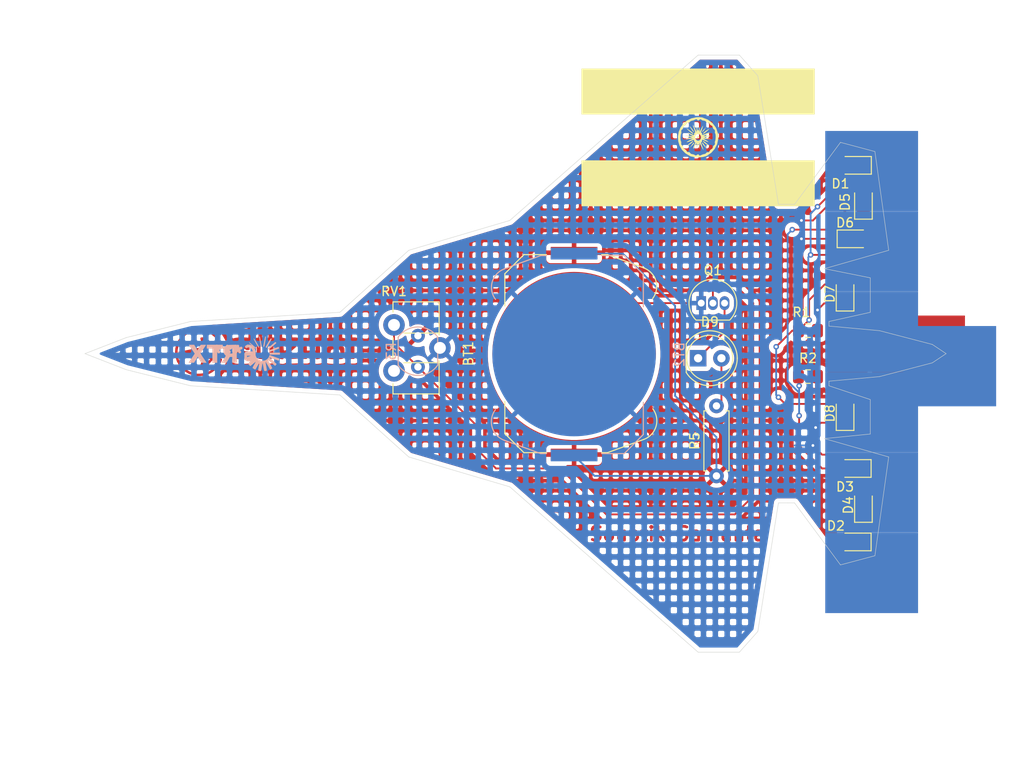
<source format=kicad_pcb>
(kicad_pcb (version 20241229) (generator "pcbnew") (generator_version "9.0")
  (layers (0 "F.Cu" signal) (2 "B.Cu" signal) (13 "F.Paste" user) (15 "B.Paste" user) (5 "F.SilkS" user "F.Silkscreen") (7 "B.SilkS" user "B.Silkscreen") (1 "F.Mask" user) (3 "B.Mask" user) (25 "Edge.Cuts" user))
  (net 0 "")
  (net 1 "Net-(D1-A)")
  (net 2 "GND")
  (net 3 "Net-(D2-A)")
  (net 4 "+5V")
  (net 5 "Net-(D9-A)")
  (net 6 "Net-(D9-K)")
  (net 7 "Net-(Q1-B)")
  (footprint "Capacitor_SMD:C_0805_2012Metric_Pad1.18x1.45mm_HandSolder" (layer "F.Cu") (at 144.9625 91)
    (property "Reference" "R1" (at -0.7125 -2 0) (layer "F.SilkS"))
    (property "Value" "220")
    (pad "1" smd roundrect (at -1.0375 0) (size 1.175 1.45) (layers "F.Cu" "F.Mask" "F.Paste") (roundrect_rratio 0.212766) (net 1 "Net-(D1-A)"))
    (pad "2" smd roundrect (at 1.0375 0) (size 1.175 1.45) (layers "F.Cu" "F.Mask" "F.Paste") (roundrect_rratio 0.212766) (net 4 "+5V"))
  )
  (footprint "Potentiometer_THT:Potentiometer_ACP_CA9-H5_Horizontal" (layer "F.Cu") (at 99.89375 90.37375)
    (property "Reference" "RV1" (at 0 -3.65 0) (layer "F.SilkS"))
    (property "Value" "R_Potentiometer")
    (pad "1" thru_hole circle (at 0 0) (size 2.34 2.34) (drill 1.3) (layers "*.Cu" "*.Mask") (net 7 "Net-(Q1-B)"))
    (pad "2" thru_hole circle (at 5 2.5) (size 2.34 2.34) (drill 1.3) (layers "*.Cu" "*.Mask") (net 2 "GND"))
    (pad "3" thru_hole circle (at 0 5) (size 2.34 2.34) (drill 1.3) (layers "*.Cu" "*.Mask"))
  )
  (footprint "Battery:BatteryHolder_Keystone_3034_1x20mm" (layer "F.Cu") (at 119.5 93.5 90)
    (property "Reference" "BT1" (at 0 -11.5 90) (layer "F.SilkS"))
    (property "Value" "Battery")
    (pad "1" smd rect (at -10.985 0 90) (size 1.27 5.08) (layers "F.Cu" "F.Mask" "F.Paste") (net 4 "+5V"))
    (pad "1" smd rect (at 10.985 0 90) (size 1.27 5.08) (layers "F.Cu" "F.Mask" "F.Paste") (net 4 "+5V"))
    (pad "2" smd circle (at 0 0 90) (size 17.8 17.8) (layers "F.Cu" "F.Mask") (net 2 "GND"))
  )
  (footprint "LED_SMD:LED_0805_2012Metric_Pad1.15x1.40mm_HandSolder" (layer "F.Cu") (at 149.975 114 180)
    (property "Reference" "D2" (at 1.975 1.75 0) (layer "F.SilkS"))
    (property "Value" "yello")
    (pad "1" smd roundrect (at -1.025 0 180) (size 1.15 1.4) (layers "F.Cu" "F.Mask" "F.Paste") (roundrect_rratio 0.217391) (net 2 "GND"))
    (pad "2" smd roundrect (at 1.025 0 180) (size 1.15 1.4) (layers "F.Cu" "F.Mask" "F.Paste") (roundrect_rratio 0.217391) (net 3 "Net-(D2-A)"))
  )
  (footprint "LED_SMD:LED_0805_2012Metric_Pad1.15x1.40mm_HandSolder" (layer "F.Cu") (at 150 81)
    (property "Reference" "D6" (at -1 -1.75 0) (layer "F.SilkS"))
    (property "Value" "yello")
    (pad "1" smd roundrect (at -1.025 0) (size 1.15 1.4) (layers "F.Cu" "F.Mask" "F.Paste") (roundrect_rratio 0.217391) (net 2 "GND"))
    (pad "2" smd roundrect (at 1.025 0) (size 1.15 1.4) (layers "F.Cu" "F.Mask" "F.Paste") (roundrect_rratio 0.217391) (net 1 "Net-(D1-A)"))
  )
  (footprint "LED_THT:LED_D5.0mm" (layer "F.Cu") (at 133 94)
    (property "Reference" "D9" (at 1.27 -3.96 0) (layer "F.SilkS"))
    (property "Value" "LED")
    (pad "1" thru_hole rect (at 0 0) (size 1.8 1.8) (drill 0.9) (layers "*.Cu" "*.Mask") (net 6 "Net-(D9-K)"))
    (pad "2" thru_hole circle (at 2.54 0) (size 1.8 1.8) (drill 0.9) (layers "*.Cu" "*.Mask") (net 5 "Net-(D9-A)"))
  )
  (footprint "LED_SMD:LED_0805_2012Metric_Pad1.15x1.40mm_HandSolder" (layer "F.Cu") (at 149 87 90)
    (property "Reference" "D7" (at 0 -1.65 90) (layer "F.SilkS"))
    (property "Value" "yello")
    (pad "1" smd roundrect (at -1.025 0 90) (size 1.15 1.4) (layers "F.Cu" "F.Mask" "F.Paste") (roundrect_rratio 0.217391) (net 2 "GND"))
    (pad "2" smd roundrect (at 1.025 0 90) (size 1.15 1.4) (layers "F.Cu" "F.Mask" "F.Paste") (roundrect_rratio 0.217391) (net 1 "Net-(D1-A)"))
  )
  (footprint "LED_SMD:LED_0805_2012Metric_Pad1.15x1.40mm_HandSolder" (layer "F.Cu") (at 149.975 106 180)
    (property "Reference" "D3" (at 0.975 -2 0) (layer "F.SilkS"))
    (property "Value" "yello")
    (pad "1" smd roundrect (at -1.025 0 180) (size 1.15 1.4) (layers "F.Cu" "F.Mask" "F.Paste") (roundrect_rratio 0.217391) (net 2 "GND"))
    (pad "2" smd roundrect (at 1.025 0 180) (size 1.15 1.4) (layers "F.Cu" "F.Mask" "F.Paste") (roundrect_rratio 0.217391) (net 3 "Net-(D2-A)"))
  )
  (footprint "Capacitor_SMD:C_0805_2012Metric_Pad1.18x1.45mm_HandSolder" (layer "F.Cu") (at 144.9625 96)
    (property "Reference" "R2" (at 0 -2 0) (layer "F.SilkS"))
    (property "Value" "220")
    (pad "1" smd roundrect (at -1.0375 0) (size 1.175 1.45) (layers "F.Cu" "F.Mask" "F.Paste") (roundrect_rratio 0.212766) (net 3 "Net-(D2-A)"))
    (pad "2" smd roundrect (at 1.0375 0) (size 1.175 1.45) (layers "F.Cu" "F.Mask" "F.Paste") (roundrect_rratio 0.212766) (net 4 "+5V"))
  )
  (footprint "Package_TO_SOT_THT:TO-92_Inline" (layer "F.Cu") (at 133.34 88)
    (property "Reference" "Q1" (at 1.27 -3.56 0) (layer "F.SilkS"))
    (property "Value" "2N3904")
    (pad "1" thru_hole rect (at 0 0) (size 1.05 1.5) (drill 0.75) (layers "*.Cu" "*.Mask") (net 2 "GND"))
    (pad "2" thru_hole oval (at 1.27 0) (size 1.05 1.5) (drill 0.75) (layers "*.Cu" "*.Mask") (net 7 "Net-(Q1-B)"))
    (pad "3" thru_hole oval (at 2.54 0) (size 1.05 1.5) (drill 0.75) (layers "*.Cu" "*.Mask") (net 6 "Net-(D9-K)"))
  )
  (footprint "LED_SMD:LED_0805_2012Metric_Pad1.15x1.40mm_HandSolder" (layer "F.Cu") (at 149 100 90)
    (property "Reference" "D8" (at 0 -1.65 90) (layer "F.SilkS"))
    (property "Value" "yello")
    (pad "1" smd roundrect (at -1.025 0 90) (size 1.15 1.4) (layers "F.Cu" "F.Mask" "F.Paste") (roundrect_rratio 0.217391) (net 2 "GND"))
    (pad "2" smd roundrect (at 1.025 0 90) (size 1.15 1.4) (layers "F.Cu" "F.Mask" "F.Paste") (roundrect_rratio 0.217391) (net 1 "Net-(D1-A)"))
  )
  (footprint "LOGO" (layer "F.Cu") (at 157 93.863442 180)
    (property "Reference" "G***" (hide yes))
    (property "Value" "LOGO" (hide yes))
    (fp_poly (pts (xy 5.052688 0.136558) (xy 5.052688 4.506451) (xy 0 4.506451) (xy -5.052688 4.506451) (xy -5.052688 0.136558) (xy -5.052688 -4.233334) (xy 0 -4.233334) (xy 5.052688 -4.233334)) (fill yes) (layer "F.Cu"))
  )
  (footprint "LOGO" (layer "F.Cu") (at 157 94 180)
    (property "Reference" "G***" (hide yes))
    (property "Value" "LOGO" (hide yes))
  )
  (footprint "Resistor_THT:R_Axial_DIN0207_L6.3mm_D2.5mm_P7.62mm_Horizontal" (layer "F.Cu") (at 135 106.81 90)
    (property "Reference" "R5" (at 3.81 -2.37 90) (layer "F.SilkS"))
    (property "Value" "1k")
    (pad "1" thru_hole circle (at 0 0 90) (size 1.6 1.6) (drill 0.8) (layers "*.Cu" "*.Mask") (net 4 "+5V"))
    (pad "2" thru_hole oval (at 7.62 0 90) (size 1.6 1.6) (drill 0.8) (layers "*.Cu" "*.Mask") (net 5 "Net-(D9-A)"))
  )
  (footprint "LOGO" (layer "F.Cu") (at 86 93.5)
    (property "Reference" "G***" (hide yes))
    (property "Value" "LOGO" (hide yes))
  )
  (footprint "LED_SMD:LED_0805_2012Metric_Pad1.15x1.40mm_HandSolder" (layer "F.Cu") (at 151 110 90)
    (property "Reference" "D4" (at 0 -1.65 90) (layer "F.SilkS"))
    (property "Value" "yello")
    (pad "1" smd roundrect (at -1.025 0 90) (size 1.15 1.4) (layers "F.Cu" "F.Mask" "F.Paste") (roundrect_rratio 0.217391) (net 2 "GND"))
    (pad "2" smd roundrect (at 1.025 0 90) (size 1.15 1.4) (layers "F.Cu" "F.Mask" "F.Paste") (roundrect_rratio 0.217391) (net 3 "Net-(D2-A)"))
  )
  (footprint "LED_SMD:LED_0805_2012Metric_Pad1.15x1.40mm_HandSolder" (layer "F.Cu") (at 151 77 90)
    (property "Reference" "D5" (at 0 -2 90) (layer "F.SilkS"))
    (property "Value" "yello")
    (pad "1" smd roundrect (at -1.025 0 90) (size 1.15 1.4) (layers "F.Cu" "F.Mask" "F.Paste") (roundrect_rratio 0.217391) (net 2 "GND"))
    (pad "2" smd roundrect (at 1.025 0 90) (size 1.15 1.4) (layers "F.Cu" "F.Mask" "F.Paste") (roundrect_rratio 0.217391) (net 3 "Net-(D2-A)"))
  )
  (footprint "LED_SMD:LED_0805_2012Metric_Pad1.15x1.40mm_HandSolder" (layer "F.Cu") (at 150 73 180)
    (property "Reference" "D1" (at 1.5 -2 0) (layer "F.SilkS"))
    (property "Value" "yello")
    (pad "1" smd roundrect (at -1.025 0 180) (size 1.15 1.4) (layers "F.Cu" "F.Mask" "F.Paste") (roundrect_rratio 0.217391) (net 2 "GND"))
    (pad "2" smd roundrect (at 1.025 0 180) (size 1.15 1.4) (layers "F.Cu" "F.Mask" "F.Paste") (roundrect_rratio 0.217391) (net 1 "Net-(D1-A)"))
  )
  (footprint "LOGO" (layer "F.Cu") (at 86 93.5)
    (property "Reference" "G***" (hide yes))
    (property "Value" "LOGO" (hide yes))
    (fp_poly (pts (xy 9.584906 -0.143774) (xy 9.584906 0.575094) (xy 9.345283 0.575094) (xy 9.10566 0.575094) (xy 9.10566 -0.067968) (xy 9.107749 -0.312062) (xy 9.113465 -0.525512) (xy 9.121985 -0.687944) (xy 9.132484 -0.778984) (xy 9.13475 -0.786836) (xy 9.195178 -0.840634) (xy 9.330688 -0.861899) (xy 9.374373 -0.862642) (xy 9.584906 -0.862642)) (fill yes) (layer "F.Cu"))
    (fp_poly (pts (xy 5.788604 -0.845864) (xy 5.823478 -0.783616) (xy 5.840741 -0.666787) (xy 5.846494 -0.482623) (xy 5.846837 -0.218367) (xy 5.846792 -0.143774) (xy 5.845188 0.141801) (xy 5.839615 0.34398) (xy 5.828937 0.475171) (xy 5.812016 0.547787) (xy 5.787715 0.574236) (xy 5.780896 0.575094) (xy 5.687147 0.58412) (xy 5.576884 0.602717) (xy 5.466463 0.611645) (xy 5.403158 0.594729) (xy 5.382241 0.529343) (xy 5.369434 0.403608) (xy 5.367547 0.327483) (xy 5.367547 0.095848) (xy 4.888302 0.095848) (xy 4.409057 0.095848) (xy 4.409057 0.335471) (xy 4.409057 0.575094) (xy 4.168153 0.575094) (xy 3.927249 0.575094) (xy 3.940511 -0.131793) (xy 3.953774 -0.83868) (xy 4.145472 -0.830441) (xy 4.275963 -0.824326) (xy 4.362426 -0.819348) (xy 4.373113 -0.81846) (xy 4.393651 -0.773061) (xy 4.406661 -0.661135) (xy 4.409057 -0.575095) (xy 4.409057 -0.335472) (xy 4.888302 -0.335472) (xy 5.367547 -0.335472) (xy 5.367547 -0.569105) (xy 5.371733 -0.709939) (xy 5.395058 -0.783395) (xy 5.453672 -0.817896) (xy 5.517311 -0.832689) (xy 5.641621 -0.857645) (xy 5.730018 -0.866289)) (fill yes) (layer "F.Cu"))
    (fp_poly (pts (xy 1.641415 -0.832577) (xy 1.76778 -0.812146) (xy 1.844695 -0.79766) (xy 1.854311 -0.794839) (xy 1.861949 -0.747777) (xy 1.870951 -0.635579) (xy 1.875247 -0.561885) (xy 1.887456 -0.424195) (xy 1.914712 -0.357399) (xy 1.971138 -0.336542) (xy 2.003399 -0.335472) (xy 2.112887 -0.373134) (xy 2.269778 -0.482083) (xy 2.404534 -0.599057) (xy 2.547864 -0.72925) (xy 2.650801 -0.807455) (xy 2.743179 -0.846923) (xy 2.854828 -0.860903) (xy 2.998015 -0.862642) (xy 3.155872 -0.85681) (xy 3.267178 -0.84156) (xy 3.306792 -0.821423) (xy 3.272253 -0.774956) (xy 3.179298 -0.683292) (xy 3.043922 -0.561653) (xy 2.945984 -0.478095) (xy 2.794255 -0.344702) (xy 2.67772 -0.230036) (xy 2.611534 -0.149723) (xy 2.602462 -0.123936) (xy 2.645109 -0.073694) (xy 2.746485 0.020599) (xy 2.889859 0.14389) (xy 3.006544 0.239622) (xy 3.393338 0.551131) (xy 3.060718 0.565248) (xy 2.728099 0.579365) (xy 2.407969 0.313645) (xy 2.24223 0.186462) (xy 2.09699 0.093951) (xy 1.994378 0.049802) (xy 1.978448 0.047924) (xy 1.917701 0.05554) (xy 1.884893 0.093298) (xy 1.871516 0.18356) (xy 1.869057 0.335471) (xy 1.867128 0.497686) (xy 1.846761 0.583993) (xy 1.786082 0.612884) (xy 1.66322 0.602848) (xy 1.569528 0.588692) (xy 1.437736 0.568727) (xy 1.437736 -0.147524) (xy 1.437736 -0.863775)) (fill yes) (layer "F.Cu"))
    (fp_poly (pts (xy 0.67805 -0.854633) (xy 0.726307 -0.844615) (xy 0.757939 -0.819665) (xy 0.775942 -0.762995) (xy 0.783314 -0.657815) (xy 0.783048 -0.487336) (xy 0.779244 -0.287548) (xy 0.771565 -0.002551) (xy 0.760181 0.202273) (xy 0.741876 0.342596) (xy 0.713434 0.434093) (xy 0.671637 0.492438) (xy 0.613269 0.533304) (xy 0.610472 0.534836) (xy 0.51425 0.561063) (xy 0.346515 0.582243) (xy 0.131505 0.597634) (xy -0.106541 0.606491) (xy -0.343384 0.608069) (xy -0.554784 0.601624) (xy -0.716504 0.586411) (xy -0.764451 0.57706) (xy -0.853388 0.551438) (xy -0.922608 0.517327) (xy -0.974472 0.463491) (xy -1.011338 0.378692) (xy -1.035566 0.251692) (xy -1.049516 0.071254) (xy -1.055548 -0.173859) (xy -1.056021 -0.494886) (xy -1.054071 -0.802252) (xy -1.011237 -0.822938) (xy -0.903846 -0.833018) (xy -0.850391 -0.833041) (xy -0.646981 -0.828373) (xy -0.633303 -0.340469) (xy -0.626003 -0.119812) (xy -0.615775 0.02405) (xy -0.59781 0.110153) (xy -0.5673 0.157535) (xy -0.519434 0.185229) (xy -0.498391 0.193529) (xy -0.383106 0.219174) (xy -0.216115 0.235909) (xy -0.096152 0.239622) (xy 0.082875 0.232801) (xy 0.204319 0.202074) (xy 0.279224 0.132045) (xy 0.31864 0.007315) (xy 0.333613 -0.187512) (xy 0.335472 -0.361945) (xy 0.336676 -0.572289) (xy 0.343357 -0.70601) (xy 0.360122 -0.782333) (xy 0.391574 -0.82048) (xy 0.442319 -0.839675) (xy 0.450408 -0.841739) (xy 0.591679 -0.858513)) (fill yes) (layer "F.Cu"))
    (fp_poly (pts (xy 7.807449 -0.838025) (xy 8.016331 -0.834754) (xy 8.161094 -0.826904) (xy 8.257603 -0.812514) (xy 8.321722 -0.789624) (xy 8.369316 -0.756271) (xy 8.396864 -0.730096) (xy 8.446008 -0.672725) (xy 8.477697 -0.604743) (xy 8.49573 -0.504936) (xy 8.503905 -0.352089) (xy 8.50602 -0.124988) (xy 8.506026 -0.120422) (xy 8.504542 0.107897) (xy 8.496942 0.26163) (xy 8.479452 0.362012) (xy 8.448296 0.430278) (xy 8.399697 0.487663) (xy 8.397507 0.489862) (xy 8.347397 0.533834) (xy 8.288276 0.564539) (xy 8.202537 0.584717) (xy 8.072577 0.597106) (xy 7.880791 0.604446) (xy 7.630714 0.609153) (xy 7.37628 0.609663) (xy 7.144942 0.603919) (xy 6.959423 0.592913) (xy 6.842446 0.577637) (xy 6.829301 0.574165) (xy 6.719031 0.528718) (xy 6.644126 0.462456) (xy 6.59803 0.358019) (xy 6.574183 0.198049) (xy 6.566028 -0.034814) (xy 6.56578 -0.094808) (xy 6.996981 -0.094808) (xy 7.0087 0.068581) (xy 7.048318 0.161061) (xy 7.080849 0.187859) (xy 7.172043 0.212423) (xy 7.327667 0.228986) (xy 7.516573 0.23677) (xy 7.707614 0.234996) (xy 7.869643 0.222886) (xy 7.94349 0.209416) (xy 8.004568 0.182612) (xy 8.037037 0.127457) (xy 8.049639 0.018886) (xy 8.051321 -0.099753) (xy 8.043644 -0.263927) (xy 8.009878 -0.372702) (xy 7.933924 -0.437299) (xy 7.799681 -0.468937) (xy 7.591048 -0.478837) (xy 7.506762 -0.479246) (xy 7.27877 -0.470571) (xy 7.129754 -0.436532) (xy 7.043777 -0.36511) (xy 7.0049 -0.244286) (xy 6.996981 -0.094808) (xy 6.56578 -0.094808) (xy 6.56566 -0.123663) (xy 6.566869 -0.367023) (xy 6.578765 -0.547777) (xy 6.613749 -0.675231) (xy 6.684225 -0.758689) (xy 6.802595 -0.807459) (xy 6.98126 -0.830845) (xy 7.232625 -0.838156) (xy 7.518585 -0.83868)) (fill yes) (layer "F.Cu"))
    (fp_poly (pts (xy -2.209353 -0.846967) (xy -2.025919 -0.810746) (xy -1.906793 -0.748451) (xy -1.841906 -0.656711) (xy -1.82119 -0.532154) (xy -1.821132 -0.523747) (xy -1.827943 -0.436673) (xy -1.865895 -0.395938) (xy -1.961271 -0.384024) (xy -2.031665 -0.383397) (xy -2.191648 -0.399404) (xy -2.266756 -0.448566) (xy -2.269784 -0.455284) (xy -2.314399 -0.497493) (xy -2.418992 -0.520219) (xy -2.60091 -0.527167) (xy -2.606463 -0.527171) (xy -2.832922 -0.520522) (xy -2.976757 -0.498447) (xy -3.050412 -0.457751) (xy -3.06717 -0.408907) (xy -3.021946 -0.368115) (xy -2.896962 -0.333163) (xy -2.708252 -0.306608) (xy -2.471848 -0.29101) (xy -2.309208 -0.287965) (xy -2.064475 -0.264649) (xy -1.888363 -0.198116) (xy -1.809885 -0.124619) (xy -1.782112 -0.027097) (xy -1.774149 0.124738) (xy -1.784153 0.291829) (xy -1.810284 0.435116) (xy -1.839503 0.503665) (xy -1.878517 0.542377) (xy -1.940459 0.569185) (xy -2.042633 0.586788) (xy -2.202343 0.597888) (xy -2.436894 0.605186) (xy -2.498465 0.606512) (xy -2.741897 0.608225) (xy -2.963298 0.603821) (xy -3.137853 0.59417) (xy -3.239089 0.58058) (xy -3.389359 0.532221) (xy -3.467308 0.469786) (xy -3.495722 0.367287) (xy -3.498491 0.284718) (xy -3.498491 0.095848) (xy -3.28842 0.095848) (xy -3.149982 0.104679) (xy -3.079337 0.138518) (xy -3.053284 0.191697) (xy -3.031291 0.23946) (xy -2.98249 0.268164) (xy -2.886464 0.28253) (xy -2.722796 0.28728) (xy -2.638832 0.287546) (xy -2.436717 0.283844) (xy -2.311499 0.270446) (xy -2.244431 0.243919) (xy -2.220003 0.210823) (xy -2.215641 0.140587) (xy -2.272298 0.092468) (xy -2.399815 0.063374) (xy -2.608035 0.050216) (xy -2.736528 0.048658) (xy -3.038131 0.037482) (xy -3.254319 0.003632) (xy -3.393347 -0.055227) (xy -3.463467 -0.141435) (xy -3.469073 -0.15877) (xy -3.497853 -0.368237) (xy -3.478046 -0.56652) (xy -3.413613 -0.716938) (xy -3.408017 -0.724131) (xy -3.359164 -0.774629) (xy -3.296761 -0.808451) (xy -3.200537 -0.830018) (xy -3.050219 -0.843751) (xy -2.825536 -0.854069) (xy -2.809415 -0.85467) (xy -2.467163 -0.860484)) (fill yes) (layer "F.Cu"))
    (fp_poly (pts (xy -7.07419 -2.755699) (xy -6.620462 -2.670707) (xy -6.187308 -2.51362) (xy -5.79071 -2.289897) (xy -5.446649 -2.005001) (xy -5.227437 -1.747181) (xy -5.138128 -1.611051) (xy -5.038817 -1.441745) (xy -4.942108 -1.26325) (xy -4.860607 -1.099553) (xy -4.806917 -0.97464) (xy -4.792453 -0.91938) (xy -4.834966 -0.885684) (xy -4.941931 -0.853391) (xy -4.996132 -0.843402) (xy -5.16967 -0.809945) (xy -5.334346 -0.768173) (xy -5.358185 -0.760809) (xy -5.516559 -0.709707) (xy -5.274317 -0.453572) (xy -5.156692 -0.324871) (xy -5.070575 -0.222395) (xy -5.032607 -0.166086) (xy -5.032076 -0.163255) (xy -5.062773 -0.114455) (xy -5.143995 -0.016414) (xy -5.259441 0.111399) (xy -5.283679 0.13721) (xy -5.535283 0.403493) (xy -5.199811 0.469466) (xy -5.027524 0.507805) (xy -4.892139 0.546146) (xy -4.8217 0.576492) (xy -4.820349 0.577691) (xy -4.818762 0.640446) (xy -4.860573 0.770321) (xy -4.940588 0.951821) (xy -4.957013 0.985476) (xy -5.202084 1.380452) (xy -5.518786 1.731998) (xy -5.890402 2.026411) (xy -6.300215 2.249988) (xy -6.644465 2.368672) (xy -6.920568 2.416581) (xy -7.242882 2.437331) (xy -7.571893 2.430869) (xy -7.868084 2.397146) (xy -7.990241 2.370392) (xy -8.436555 2.202433) (xy -8.848964 1.953804) (xy -9.213489 1.636822) (xy -9.516147 1.263802) (xy -9.742957 0.84706) (xy -9.756443 0.814576) (xy -9.89781 0.347622) (xy -9.948904 -0.120683) (xy -9.934694 -0.31151) (xy -9.664392 -0.31151) (xy -9.651552 0.150226) (xy -9.551076 0.587591) (xy -9.369929 0.991645) (xy -9.115073 1.353453) (xy -8.793471 1.664075) (xy -8.412087 1.914576) (xy -7.977884 2.096017) (xy -7.739811 2.158767) (xy -7.520672 2.182774) (xy -7.247816 2.179522) (xy -6.958471 2.152009) (xy -6.689869 2.103235) (xy -6.54736 2.062702) (xy -6.193687 1.901405) (xy -5.852763 1.673757) (xy -5.563067 1.405735) (xy -5.546406 1.386939) (xy -5.413992 1.223351) (xy -5.30136 1.062148) (xy -5.220029 0.922443) (xy -5.181519 0.823352) (xy -5.185871 0.788719) (xy -5.242936 0.767341) (xy -5.366381 0.7369) (xy -5.50966 0.707809) (xy -5.808024 0.652322) (xy -6.166991 1.045028) (xy -6.525958 1.437735) (xy -6.881281 1.437735) (xy -7.052013 1.435496) (xy -7.177884 1.429576) (xy -7.235335 1.421177) (xy -7.236604 1.419647) (xy -7.222951 1.369232) (xy -7.186192 1.248108) (xy -7.150132 1.132779) (xy -6.853208 1.132779) (xy -6.823237 1.182494) (xy -6.741639 1.167687) (xy -6.620889 1.0951) (xy -6.47346 0.971473) (xy -6.37749 0.875713) (xy -6.117007 0.600267) (xy -6.305391 0.543439) (xy -6.478839 0.496511) (xy -6.588143 0.493913) (xy -6.659215 0.549113) (xy -6.717963 0.67558) (xy -6.752959 0.776097) (xy -6.804815 0.938336) (xy -6.841034 1.068243) (xy -6.853208 1.132779) (xy -7.150132 1.132779) (xy -7.132628 1.076795) (xy -7.093107 0.952383) (xy -7.031705 0.754999) (xy -6.983362 0.589739) (xy -6.954551 0.479276) (xy -6.949333 0.44874) (xy -6.990456 0.401953) (xy -7.080849 0.371084) (xy -7.173223 0.353423) (xy -7.339226 0.32034) (xy -7.558645 0.275913) (xy -7.811265 0.224221) (xy -7.93151 0.199445) (xy -8.232539 0.137287) (xy -8.548117 0.072136) (xy -8.844356 0.010987) (xy -9.087369 -0.039166) (xy -9.126474 -0.047234) (xy -9.372046 -0.100489) (xy -9.542683 -0.143102) (xy -9.624749 -0.170676) (xy -8.106846 -0.170676) (xy -8.080188 -0.142369) (xy -7.980118 -0.110572) (xy -7.810722 -0.070688) (xy -7.66657 -0.038519) (xy -7.357276 0.02783) (xy -7.128446 0.069182) (xy -6.968229 0.086323) (xy -6.864776 0.080042) (xy -6.806234 0.051128) (xy -6.786448 0.020042) (xy -6.760332 -0.118688) (xy -6.767433 -0.271976) (xy -6.802275 -0.380171) (xy -6.833167 -0.407609) (xy -6.892015 -0.418424) (xy -6.995257 -0.411532) (xy -7.15933 -0.385846) (xy -7.397609 -0.340882) (xy -7.705473 -0.280594) (xy -7.923575 -0.235193) (xy -8.056004 -0.200085) (xy -8.106846 -0.170676) (xy -9.624749 -0.170676) (xy -9.632821 -0.173388) (xy -9.636896 -0.189664) (xy -9.604874 -0.192022) (xy -9.548067 -0.201373) (xy -9.409942 -0.227589) (xy -9.203055 -0.268184) (xy -8.939962 -0.320669) (xy -8.633221 -0.382556) (xy -8.295387 -0.451357) (xy -8.274612 -0.455607) (xy -8.010694 -0.509511) (xy -6.551371 -0.509511) (xy -6.547161 -0.459413) (xy -6.51755 -0.355902) (xy -6.511481 -0.338129) (xy -6.481022 -0.167359) (xy -6.509708 -0.009305) (xy -6.540452 0.105258) (xy -6.550006 0.172024) (xy -6.548348 0.17706) (xy -6.500261 0.19209) (xy -6.387716 0.220449) (xy -6.239973 0.255359) (xy -6.086289 0.290041) (xy -5.955924 0.317717) (xy -5.885372 0.330659) (xy -5.837781 0.301044) (xy -5.745752 0.218896) (xy -5.634879 0.107829) (xy -5.523308 -0.016064) (xy -5.44455 -0.116777) (xy -5.416583 -0.16974) (xy -5.447919 -0.227131) (xy -5.530634 -0.326771) (xy -5.630939 -0.431132) (xy -5.846405 -0.642596) (xy -6.191527 -0.583414) (xy -6.36112 -0.552785) (xy -6.488773 -0.526813) (xy -6.549693 -0.510589) (xy -6.551371 -0.509511) (xy -8.010694 -0.509511) (xy -7.936841 -0.524595) (xy -7.630822 -0.586828) (xy -7.368805 -0.639837) (xy -7.163043 -0.681152) (xy -7.025788 -0.708302) (xy -6.969292 -0.718819) (xy -6.968669 -0.718869) (xy -6.948044 -0.76131) (xy -6.963451 -0.882277) (xy -7.013078 -1.072234) (xy -7.068868 -1.246039) (xy -7.128402 -1.425756) (xy -6.840876 -1.425756) (xy -6.816034 -1.349654) (xy -6.774943 -1.214228) (xy -6.737799 -1.087662) (xy -6.657308 -0.809475) (xy -6.431767 -0.842165) (xy -6.289852 -0.866221) (xy -6.188755 -0.889705) (xy -6.165516 -0.898485) (xy -6.173037 -0.941244) (xy -6.236866 -1.026877) (xy -6.33888 -1.137865) (xy -6.460958 -1.25669) (xy -6.584976 -1.365835) (xy -6.692812 -1.447783) (xy -6.766343 -1.485014) (xy -6.772967 -1.485661) (xy -6.838339 -1.460993) (xy -6.840876 -1.425756) (xy -7.128402 -1.425756) (xy -7.143375 -1.470955) (xy -7.18132 -1.62061) (xy -7.177444 -1.710333) (xy -7.126492 -1.755453) (xy -7.023206 -1.771301) (xy -6.888093 -1.773208) (xy -6.587507 -1.773208) (xy -6.189036 -1.372657) (xy -5.790565 -0.972105) (xy -5.504583 -1.031784) (xy -5.348984 -1.067542) (xy -5.234518 -1.099968) (xy -5.191402 -1.118661) (xy -5.194309 -1.178053) (xy -5.248149 -1.289629) (xy -5.339997 -1.434094) (xy -5.456925 -1.592156) (xy -5.586008 -1.744522) (xy -5.666337 -1.827533) (xy -6.027967 -2.114527) (xy -6.432345 -2.32373) (xy -6.865465 -2.45295) (xy -7.31332 -2.499995) (xy -7.761903 -2.462672) (xy -8.197206 -2.338789) (xy -8.386793 -2.253322) (xy -8.774723 -2.004011) (xy -9.103051 -1.68595) (xy -9.363931 -1.311067) (xy -9.549515 -0.891287) (xy -9.651957 -0.438535) (xy -9.664392 -0.31151) (xy -9.934694 -0.31151) (xy -9.914655 -0.580617) (xy -9.799998 -1.02246) (xy -9.609866 -1.436488) (xy -9.349191 -1.81298) (xy -9.022906 -2.142215) (xy -8.635944 -2.41447) (xy -8.193238 -2.620024) (xy -7.979434 -2.687549) (xy -7.532508 -2.763133)) (fill yes) (layer "F.Cu"))
  )
  (footprint "kicadlogos:India" (layer "F.Cu") (at 133 70 180)
    (property "Reference" "G***" (hide yes))
    (property "Value" "LOGO" (hide yes))
  )
  (footprint "LOGO" (layer "B.Cu") (at 151.894624 82.512902)
    (property "Reference" "G***" (hide yes))
    (property "Value" "LOGO" (hide yes))
    (fp_poly (pts (xy 5.052688 -0.136558) (xy 5.052688 -4.506451) (xy 0 -4.506451) (xy -5.052688 -4.506451) (xy -5.052688 -0.136558) (xy -5.052688 4.233334) (xy 0 4.233334) (xy 5.052688 4.233334)) (fill yes) (layer "B.Cu"))
  )
  (footprint "LOGO" (layer "B.Cu") (at 151.904839 108.752687)
    (property "Reference" "G***" (hide yes))
    (property "Value" "LOGO" (hide yes))
  )
  (footprint "LOGO" (layer "B.Cu") (at 151.894624 91.262902)
    (property "Reference" "G***" (hide yes))
    (property "Value" "LOGO" (hide yes))
    (fp_poly (pts (xy 5.052688 -0.136558) (xy 5.052688 -4.506451) (xy 0 -4.506451) (xy -5.052688 -4.506451) (xy -5.052688 -0.136558) (xy -5.052688 4.233334) (xy 0 4.233334) (xy 5.052688 4.233334)) (fill yes) (layer "B.Cu"))
  )
  (footprint "LOGO" (layer "B.Cu") (at 151.894624 100.012902)
    (property "Reference" "G***" (hide yes))
    (property "Value" "LOGO" (hide yes))
    (fp_poly (pts (xy 5.052688 -0.136558) (xy 5.052688 -4.506451) (xy 0 -4.506451) (xy -5.052688 -4.506451) (xy -5.052688 -0.136558) (xy -5.052688 4.233334) (xy 0 4.233334) (xy 5.052688 4.233334)) (fill yes) (layer "B.Cu"))
  )
  (footprint "LOGO" (layer "B.Cu") (at 151.904839 117.502687)
    (property "Reference" "G***" (hide yes))
    (property "Value" "LOGO" (hide yes))
  )
  (footprint "LOGO" (layer "B.Cu") (at 160.404839 95)
    (property "Reference" "G***" (hide yes))
    (property "Value" "LOGO" (hide yes))
  )
  (footprint "LOGO" (layer "B.Cu") (at 151.904839 100.002687)
    (property "Reference" "G***" (hide yes))
    (property "Value" "LOGO" (hide yes))
  )
  (footprint "OptoDevice:R_LDR_5.1x4.3mm_P3.4mm_Vertical" (layer "B.Cu") (at 102.5 91.55 -90)
    (property "Reference" "R3" (at 1.7 2.9 90) (layer "B.SilkS") (effects (justify mirror)))
    (property "Value" "LDR07")
    (pad "1" thru_hole circle (at 0 0 270) (size 1.5 1.5) (drill 0.8) (layers "*.Cu" "*.Mask") (net 4 "+5V"))
    (pad "2" thru_hole circle (at 3.4 0 270) (size 1.5 1.5) (drill 0.8) (layers "*.Cu" "*.Mask") (net 7 "Net-(Q1-B)"))
  )
  (footprint "LOGO" (layer "B.Cu") (at 151.904839 82.502687)
    (property "Reference" "G***" (hide yes))
    (property "Value" "LOGO" (hide yes))
  )
  (footprint "LOGO" (layer "B.Cu") (at 151.904839 73.752687)
    (property "Reference" "G***" (hide yes))
    (property "Value" "LOGO" (hide yes))
  )
  (footprint "LOGO" (layer "B.Cu") (at 151.894624 73.762902)
    (property "Reference" "G***" (hide yes))
    (property "Value" "LOGO" (hide yes))
    (fp_poly (pts (xy 5.052688 -0.136558) (xy 5.052688 -4.506451) (xy 0 -4.506451) (xy -5.052688 -4.506451) (xy -5.052688 -0.136558) (xy -5.052688 4.233334) (xy 0 4.233334) (xy 5.052688 4.233334)) (fill yes) (layer "B.Cu"))
  )
  (footprint "LOGO" (layer "B.Cu") (at 151.894624 117.512902)
    (property "Reference" "G***" (hide yes))
    (property "Value" "LOGO" (hide yes))
    (fp_poly (pts (xy 5.052688 -0.136558) (xy 5.052688 -4.506451) (xy 0 -4.506451) (xy -5.052688 -4.506451) (xy -5.052688 -0.136558) (xy -5.052688 4.233334) (xy 0 4.233334) (xy 5.052688 4.233334)) (fill yes) (layer "B.Cu"))
  )
  (footprint "LOGO" (layer "B.Cu") (at 149.404839 104.002687)
    (property "Reference" "G***" (hide yes))
    (property "Value" "LOGO" (hide yes))
  )
  (footprint "LOGO" (layer "B.Cu") (at 160.394624 95)
    (property "Reference" "G***" (hide yes))
    (property "Value" "LOGO" (hide yes))
    (fp_poly (pts (xy 5.052688 -0.136558) (xy 5.052688 -4.506451) (xy 0 -4.506451) (xy -5.052688 -4.506451) (xy -5.052688 -0.136558) (xy -5.052688 4.233334) (xy 0 4.233334) (xy 5.052688 4.233334)) (fill yes) (layer "B.Cu"))
  )
  (footprint "kicadlogos:rtx" (layer "B.Cu") (at 82.5 93.5 180)
    (property "Reference" "G***" (at 0 0 0) (layer "B.SilkS") (effects (font (size 1.5 1.5) (thickness 0.3)) (justify mirror)))
    (property "Value" "LOGO" (hide yes))
  )
  (footprint "LOGO" (layer "B.Cu") (at 151.904839 91.252687)
    (property "Reference" "G***" (hide yes))
    (property "Value" "LOGO" (hide yes))
  )
  (footprint "Battery:BatteryHolder_Keystone_3034_1x20mm" (layer "B.Cu") (at 119.5 93.6 90)
    (property "Reference" "BT2" (at 0 11.5 270) (layer "B.SilkS") (effects (justify mirror)))
    (property "Value" "Battery")
    (pad "1" smd rect (at -10.985 0 90) (size 1.27 5.08) (layers "B.Cu" "B.Mask" "B.Paste") (net 4 "+5V"))
    (pad "1" smd rect (at 10.985 0 90) (size 1.27 5.08) (layers "B.Cu" "B.Mask" "B.Paste") (net 4 "+5V"))
    (pad "2" smd circle (at 0 0 90) (size 17.8 17.8) (layers "B.Cu" "B.Mask") (net 2 "GND"))
  )
  (footprint "LOGO" (layer "B.Cu") (at 151.894624 108.762902)
    (property "Reference" "G***" (hide yes))
    (property "Value" "LOGO" (hide yes))
    (fp_poly (pts (xy 5.052688 -0.136558) (xy 5.052688 -4.506451) (xy 0 -4.506451) (xy -5.052688 -4.506451) (xy -5.052688 -0.136558) (xy -5.052688 4.233334) (xy 0 4.233334) (xy 5.052688 4.233334)) (fill yes) (layer "B.Cu"))
  )
  (gr_line (start 151.75 102.25) (end 151.75 98.5) (stroke (width 0.05)) (layer "Edge.Cuts"))
  (gr_line (start 101.5 82.25) (end 112.5 79) (stroke (width 0.05)) (layer "Edge.Cuts"))
  (gr_line (start 143.5 77.25) (end 141.75 77.25) (stroke (width 0.05)) (layer "Edge.Cuts"))
  (gr_line (start 139.5 63.25) (end 141.75 77.25) (stroke (width 0.05)) (layer "Edge.Cuts"))
  (gr_line (start 151.75 85.25) (end 151.75 89) (stroke (width 0.05)) (layer "Edge.Cuts"))
  (gr_line (start 148.5 116.5) (end 143.5 109.75) (stroke (width 0.05)) (layer "Edge.Cuts"))
  (gr_line (start 158.5 92.5) (end 160 93.5) (stroke (width 0.05)) (layer "Edge.Cuts"))
  (gr_line (start 77.75 90) (end 70.75 91.75) (stroke (width 0.05)) (layer "Edge.Cuts"))
  (gr_line (start 151.75 102.25) (end 146.75 102.75) (stroke (width 0.05)) (layer "Edge.Cuts"))
  (gr_line (start 70.75 95.25) (end 66.25 93.5) (stroke (width 0.05)) (layer "Edge.Cuts"))
  (gr_line (start 151.75 89) (end 147.25 90) (stroke (width 0.05)) (layer "Edge.Cuts"))
  (gr_line (start 147.25 97) (end 151.75 98.5) (stroke (width 0.05)) (layer "Edge.Cuts"))
  (gr_line (start 137.5 61) (end 139.5 63.25) (stroke (width 0.05)) (layer "Edge.Cuts"))
  (gr_line (start 133 126) (end 137.5 126) (stroke (width 0.05)) (layer "Edge.Cuts"))
  (gr_line (start 142.75 109.75) (end 141.75 109.75) (stroke (width 0.05)) (layer "Edge.Cuts"))
  (gr_line (start 146.75 102.75) (end 153.75 104.75) (stroke (width 0.05)) (layer "Edge.Cuts"))
  (gr_line (start 94 98) (end 77.75 97) (stroke (width 0.05)) (layer "Edge.Cuts"))
  (gr_line (start 94 89) (end 101.5 82.25) (stroke (width 0.05)) (layer "Edge.Cuts"))
  (gr_line (start 112.5 79) (end 133 61) (stroke (width 0.05)) (layer "Edge.Cuts"))
  (gr_line (start 158.5 94.5) (end 152.75 96) (stroke (width 0.05)) (layer "Edge.Cuts"))
  (gr_line (start 160 93.5) (end 158.5 94.5) (stroke (width 0.05)) (layer "Edge.Cuts"))
  (gr_line (start 152.75 96) (end 147.25 96.5) (stroke (width 0.05)) (layer "Edge.Cuts"))
  (gr_line (start 112.5 108) (end 101.5 104.75) (stroke (width 0.05)) (layer "Edge.Cuts"))
  (gr_line (start 137.5 61) (end 133 61) (stroke (width 0.05)) (layer "Edge.Cuts"))
  (gr_line (start 146.75 84.25) (end 153.75 82.25) (stroke (width 0.05)) (layer "Edge.Cuts"))
  (gr_line (start 152.25 71.5) (end 153.75 82.25) (stroke (width 0.05)) (layer "Edge.Cuts"))
  (gr_line (start 152.75 91) (end 158.5 92.5) (stroke (width 0.05)) (layer "Edge.Cuts"))
  (gr_line (start 152.25 115.5) (end 148.5 116.5) (stroke (width 0.05)) (layer "Edge.Cuts"))
  (gr_line (start 77.75 90) (end 94 89) (stroke (width 0.05)) (layer "Edge.Cuts"))
  (gr_line (start 139.5 123.75) (end 141.75 109.75) (stroke (width 0.05)) (layer "Edge.Cuts"))
  (gr_line (start 152.25 71.5) (end 148.5 70.5) (stroke (width 0.05)) (layer "Edge.Cuts"))
  (gr_line (start 153.75 104.75) (end 152.25 115.5) (stroke (width 0.05)) (layer "Edge.Cuts"))
  (gr_line (start 101.5 104.75) (end 94 98) (stroke (width 0.05)) (layer "Edge.Cuts"))
  (gr_line (start 151.75 85.25) (end 146.75 84.25) (stroke (width 0.05)) (layer "Edge.Cuts"))
  (gr_line (start 142.75 109.75) (end 143.5 109.75) (stroke (width 0.05)) (layer "Edge.Cuts"))
  (gr_line (start 143.5 77.25) (end 148.5 70.5) (stroke (width 0.05)) (layer "Edge.Cuts"))
  (gr_line (start 133 126) (end 112.5 108) (stroke (width 0.05)) (layer "Edge.Cuts"))
  (gr_line (start 147.25 97) (end 147.25 96.5) (stroke (width 0.05)) (layer "Edge.Cuts"))
  (gr_line (start 66.25 93.5) (end 70.75 91.75) (stroke (width 0.05)) (layer "Edge.Cuts"))
  (gr_line (start 70.75 95.25) (end 77.75 97) (stroke (width 0.05)) (layer "Edge.Cuts"))
  (gr_line (start 139.5 123.75) (end 137.5 126) (stroke (width 0.05)) (layer "Edge.Cuts"))
  (gr_line (start 147.25 90) (end 147.25 90.5) (stroke (width 0.05)) (layer "Edge.Cuts"))
  (gr_line (start 147.25 90.5) (end 152.75 91) (stroke (width 0.05)) (layer "Edge.Cuts"))
  (gr_text "Souptik Samanta" (at 121 114 0) (layer "F.Cu") (effects (font (size 1.5 1.5) (thickness 0.3) (bold yes)) (justify left bottom)))
  (segment (start 149.275 82.75) (end 145.25 82.75) (width 0.2) (layer "F.Cu") (net 1))
  (segment (start 143.925 91) (end 143.25 91) (width 0.2) (layer "F.Cu") (net 1))
  (segment (start 146 77.5) (end 148.975 74.525) (width 0.2) (layer "F.Cu") (net 1))
  (segment (start 145.0875 89.8375) (end 143.925 91) (width 0.2) (layer "F.Cu") (net 1))
  (segment (start 143.725 98.975) (end 143.75 98.975) (width 0.2) (layer "F.Cu") (net 1))
  (segment (start 149 85.975) (end 146.775 85.975) (width 0.2) (layer "F.Cu") (net 1))
  (segment (start 146.775 85.975) (end 145.0875 87.6625) (width 0.2) (layer "F.Cu") (net 1))
  (segment (start 143.25 91) (end 141.5 92.75) (width 0.2) (layer "F.Cu") (net 1))
  (segment (start 143.75 98.975) (end 149 98.975) (width 0.2) (layer "F.Cu") (net 1))
  (segment (start 151.025 81) (end 149.275 82.75) (width 0.2) (layer "F.Cu") (net 1))
  (segment (start 142.475 98.975) (end 141.75 98.25) (width 0.2) (layer "F.Cu") (net 1))
  (segment (start 148.975 74.525) (end 148.975 73) (width 0.2) (layer "F.Cu") (net 1))
  (segment (start 145.0875 87.6625) (end 145.0875 89.8375) (width 0.2) (layer "F.Cu") (net 1))
  (segment (start 143.75 98.975) (end 142.475 98.975) (width 0.2) (layer "F.Cu") (net 1))
  (via (at 141.5 92.75) (size 0.6) (drill 0.3) (layers "F.Cu" "B.Cu") (net 1))
  (via (at 145.25 82.75) (size 0.6) (drill 0.3) (layers "F.Cu" "B.Cu") (net 1))
  (via (at 146 77.5) (size 0.6) (drill 0.3) (layers "F.Cu" "B.Cu") (net 1))
  (via (at 145.0875 89.8375) (size 0.6) (drill 0.3) (layers "F.Cu" "B.Cu") (net 1))
  (via (at 141.75 98.25) (size 0.6) (drill 0.3) (layers "F.Cu" "B.Cu") (net 1))
  (segment (start 141.5 92.75) (end 141.5 98) (width 0.2) (layer "B.Cu") (net 1))
  (segment (start 145 89.75) (end 145.0875 89.8375) (width 0.2) (layer "B.Cu") (net 1))
  (segment (start 141.5 98) (end 141.75 98.25) (width 0.2) (layer "B.Cu") (net 1))
  (segment (start 146 77.5) (end 145.25 78.25) (width 0.2) (layer "B.Cu") (net 1))
  (segment (start 145.25 82.75) (end 145 83) (width 0.2) (layer "B.Cu") (net 1))
  (segment (start 145 83) (end 145 89.75) (width 0.2) (layer "B.Cu") (net 1))
  (segment (start 145.25 78.25) (end 145.25 82.75) (width 0.2) (layer "B.Cu") (net 1))
  (segment (start 149 88.025) (end 146.725 88.025) (width 0.2) (layer "F.Cu") (net 2))
  (segment (start 146.5 104.5) (end 149.5 104.5) (width 0.2) (layer "F.Cu") (net 2))
  (segment (start 125 88) (end 133.34 88) (width 0.2) (layer "F.Cu") (net 2))
  (segment (start 148.975 81) (end 144.25 81) (width 0.2) (layer "F.Cu") (net 2))
  (segment (start 149.5 75) (end 145.5 79) (width 0.2) (layer "F.Cu") (net 2))
  (segment (start 148.975 80.05) (end 151 78.025) (width 0.2) (layer "F.Cu") (net 2))
  (segment (start 145.5 79) (end 144.25 79) (width 0.2) (layer "F.Cu") (net 2))
  (segment (start 145.5 103.5) (end 146.5 104.5) (width 0.2) (layer "F.Cu") (net 2))
  (segment (start 151.025 73) (end 151.025 73.475) (width 0.2) (layer "F.Cu") (net 2))
  (segment (start 146.366936 101.025) (end 149 101.025) (width 0.2) (layer "F.Cu") (net 2))
  (segment (start 145.795968 101.545968) (end 145.845968 101.545968) (width 0.2) (layer "F.Cu") (net 2))
  (segment (start 151 111.025) (end 151 114) (width 0.2) (layer "F.Cu") (net 2))
  (segment (start 152.25 109.775) (end 152.25 107.25) (width 0.2) (layer "F.Cu") (net 2))
  (segment (start 151.025 73.475) (end 149.5 75) (width 0.2) (layer "F.Cu") (net 2))
  (segment (start 145.845968 101.545968) (end 146.366936 101.025) (width 0.2) (layer "F.Cu") (net 2))
  (segment (start 119.5 93.5) (end 125 88) (width 0.2) (layer "F.Cu") (net 2))
  (segment (start 146.725 88.025) (end 146 88.75) (width 0.2) (layer "F.Cu") (net 2))
  (segment (start 152.25 107.25) (end 151 106) (width 0.2) (layer "F.Cu") (net 2))
  (segment (start 151 111.025) (end 152.25 109.775) (width 0.2) (layer "F.Cu") (net 2))
  (segment (start 149.5 104.5) (end 151 106) (width 0.2) (layer "F.Cu") (net 2))
  (segment (start 148.975 81) (end 148.975 80.05) (width 0.2) (layer "F.Cu") (net 2))
  (via (at 144.25 79) (size 0.6) (drill 0.3) (layers "F.Cu" "B.Cu") (net 2))
  (via (at 144.25 81) (size 0.6) (drill 0.3) (layers "F.Cu" "B.Cu") (net 2))
  (via (at 145.5 103.5) (size 0.6) (drill 0.3) (layers "F.Cu" "B.Cu") (net 2))
  (via (at 145.795968 101.545968) (size 0.6) (drill 0.3) (layers "F.Cu" "B.Cu") (net 2))
  (via (at 146 88.75) (size 0.6) (drill 0.3) (layers "F.Cu" "B.Cu") (net 2))
  (segment (start 144.75 101.545968) (end 143.454032 101.545968) (width 0.2) (layer "B.Cu") (net 2))
  (segment (start 145.5 103.5) (end 143.5 103.5) (width 0.2) (layer "B.Cu") (net 2))
  (segment (start 146 100.295968) (end 144.75 101.545968) (width 0.2) (layer "B.Cu") (net 2))
  (segment (start 146 88.75) (end 146 100.295968) (width 0.2) (layer "B.Cu") (net 2))
  (segment (start 145.795968 101.545968) (end 144.75 101.545968) (width 0.2) (layer "B.Cu") (net 2))
  (segment (start 144 96.075) (end 143.925 96) (width 0.2) (layer "F.Cu") (net 3))
  (segment (start 151 75.975) (end 146.975 80) (width 0.2) (layer "F.Cu") (net 3))
  (segment (start 148.95 111.025) (end 151 108.975) (width 0.2) (layer "F.Cu") (net 3))
  (segment (start 144 103.5) (end 144.75 104.25) (width 0.2) (layer "F.Cu") (net 3))
  (segment (start 144.75 104.25) (end 146.5 106) (width 0.2) (layer "F.Cu") (net 3))
  (segment (start 146.975 80) (end 143.25 80) (width 0.2) (layer "F.Cu") (net 3))
  (segment (start 144 97) (end 144 96.075) (width 0.2) (layer "F.Cu") (net 3))
  (segment (start 151 108.05) (end 148.95 106) (width 0.2) (layer "F.Cu") (net 3))
  (segment (start 144 101.05) (end 144 100.25) (width 0.2) (layer "F.Cu") (net 3))
  (segment (start 148.95 114) (end 148.95 111.025) (width 0.2) (layer "F.Cu") (net 3))
  (segment (start 146.5 106) (end 148.95 106) (width 0.2) (layer "F.Cu") (net 3))
  (segment (start 151 108.975) (end 151 108.05) (width 0.2) (layer "F.Cu") (net 3))
  (segment (start 144 101.05) (end 144 103.5) (width 0.2) (layer "F.Cu") (net 3))
  (via (at 143.25 80) (size 0.6) (drill 0.3) (layers "F.Cu" "B.Cu") (net 3))
  (via (at 144 97) (size 0.6) (drill 0.3) (layers "F.Cu" "B.Cu") (net 3))
  (via (at 144 100.25) (size 0.6) (drill 0.3) (layers "F.Cu" "B.Cu") (net 3))
  (segment (start 144 97.75) (end 144 97) (width 0.2) (layer "B.Cu") (net 3))
  (segment (start 142.75 80.5) (end 142.75 96.5) (width 0.2) (layer "B.Cu") (net 3))
  (segment (start 143.25 80) (end 142.75 80.5) (width 0.2) (layer "B.Cu") (net 3))
  (segment (start 142.75 96.5) (end 144 97.75) (width 0.2) (layer "B.Cu") (net 3))
  (segment (start 144 100.25) (end 144 97.75) (width 0.2) (layer "B.Cu") (net 3))
  (segment (start 130.5 98.1) (end 135 102.6) (width 0.2) (layer "B.Cu") (net 4))
  (segment (start 135 102.6) (end 135 106.81) (width 0.2) (layer "B.Cu") (net 4))
  (segment (start 124.815 82.615) (end 130.5 88.3) (width 0.2) (layer "B.Cu") (net 4))
  (segment (start 130.5 88.3) (end 130.5 98.1) (width 0.2) (layer "B.Cu") (net 4))
  (segment (start 135 106.81) (end 121.725 106.81) (width 0.2) (layer "B.Cu") (net 4))
  (segment (start 119.5 104.585) (end 120.9575 106.0425) (width 0.2) (layer "B.Cu") (net 4))
  (segment (start 119.5 82.615) (end 124.815 82.615) (width 0.2) (layer "B.Cu") (net 4))
  (segment (start 121.725 106.81) (end 120.9575 106.0425) (width 0.2) (layer "B.Cu") (net 4))
  (segment (start 135.54 94) (end 135.54 98.65) (width 0.2) (layer "F.Cu") (net 5))
  (segment (start 135.54 98.65) (end 135 99.19) (width 0.2) (layer "F.Cu") (net 5))
  (segment (start 135.88 91.12) (end 135.88 88) (width 0.2) (layer "F.Cu") (net 6))
  (segment (start 133 94) (end 135.88 91.12) (width 0.2) (layer "F.Cu") (net 6))
  (segment (start 99.89375 92.34375) (end 102.5 94.95) (width 0.2) (layer "F.Cu") (net 7))
  (segment (start 123 111) (end 137 111) (width 0.2) (layer "F.Cu") (net 7))
  (segment (start 137 111) (end 139 109) (width 0.2) (layer "F.Cu") (net 7))
  (segment (start 111 106) (end 118 106) (width 0.2) (layer "F.Cu") (net 7))
  (segment (start 99.89375 90.37375) (end 99.89375 92.34375) (width 0.2) (layer "F.Cu") (net 7))
  (segment (start 102.5 94.95) (end 109 101.45) (width 0.2) (layer "F.Cu") (net 7))
  (segment (start 109 101.45) (end 109 104) (width 0.2) (layer "F.Cu") (net 7))
  (segment (start 109 104) (end 111 106) (width 0.2) (layer "F.Cu") (net 7))
  (segment (start 118 106) (end 123 111) (width 0.2) (layer "F.Cu") (net 7))
  (segment (start 139 109) (end 139 88) (width 0.2) (layer "F.Cu") (net 7))
  (segment (start 134.61 86) (end 134.61 88) (width 0.2) (layer "F.Cu") (net 7))
  (segment (start 139 88) (end 137 86) (width 0.2) (layer "F.Cu") (net 7))
  (segment (start 137 86) (end 134.61 86) (width 0.2) (layer "F.Cu") (net 7))
  (zone (net 4) (net_name "+5V") (layer "F.Cu") (connect_pads (clearance 0.5)) (min_thickness 0.25) (fill yes (mode hatch) (thermal_gap 0.5) (thermal_bridge_width 0.5) (hatch_thickness 0.4) (hatch_gap 0.69) (hatch_orientation 0) (hatch_smoothing_level 3) (hatch_smoothing_value 0.6) (hatch_border_algorithm hatch_thickness) (hatch_min_hole_area 0.3))
    (polygon (pts (xy 158.25 56.25) (xy 57.5 56.5) (xy 57 116.5) (xy 126.25 138.5) (xy 165.75 135) (xy 168.5 65) (xy 159 57)))
  )
  (zone (net 2) (net_name "GND") (layer "B.Cu") (priority 1) (connect_pads (clearance 0.5)) (min_thickness 0.25) (fill yes (mode hatch) (thermal_gap 0.5) (thermal_bridge_width 0.5) (hatch_thickness 0.6) (hatch_gap 0.69) (hatch_orientation 0) (hatch_smoothing_level 3) (hatch_smoothing_value 0.4) (hatch_border_algorithm hatch_thickness) (hatch_min_hole_area 0.3))
    (polygon (pts (xy 161.5 55) (xy 57.5 56.5) (xy 57 116.5) (xy 126.25 138.5) (xy 165.75 135) (xy 168.5 65)))
  )
)
</source>
